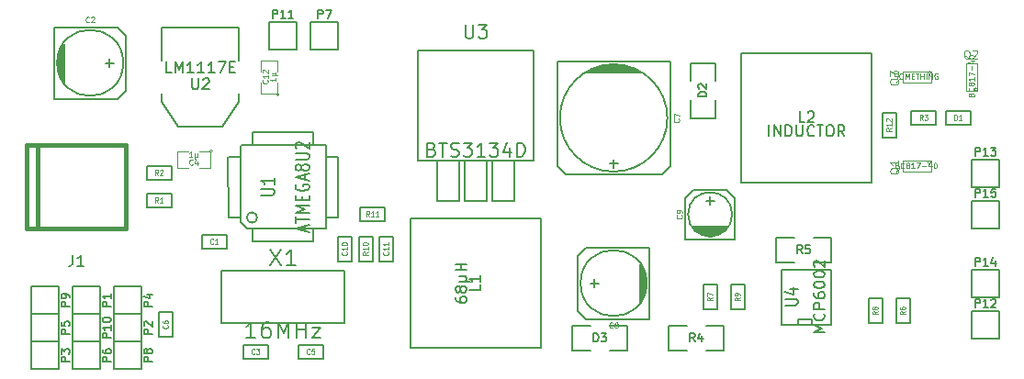
<source format=gto>
G04 (created by PCBNEW (2013-may-18)-stable) date Sat 11 Jan 2014 02:32:35 PM CET*
%MOIN*%
G04 Gerber Fmt 3.4, Leading zero omitted, Abs format*
%FSLAX34Y34*%
G01*
G70*
G90*
G04 APERTURE LIST*
%ADD10C,0.00590551*%
%ADD11C,0.015*%
%ADD12C,0.006*%
%ADD13C,0.005*%
%ADD14C,0.0039*%
%ADD15C,0.0031*%
%ADD16C,0.008*%
%ADD17C,0.0043*%
%ADD18C,0.0045*%
%ADD19C,0.0047*%
G04 APERTURE END LIST*
G54D10*
G54D11*
X11083Y-39484D02*
X11083Y-42516D01*
X10689Y-39484D02*
X10689Y-42516D01*
X10689Y-42516D02*
X14311Y-42516D01*
X14311Y-42516D02*
X14311Y-39484D01*
X14311Y-39484D02*
X10689Y-39484D01*
G54D12*
X21090Y-39020D02*
X21090Y-39470D01*
X18910Y-39020D02*
X18910Y-39460D01*
X21090Y-39020D02*
X18910Y-39020D01*
X21560Y-39900D02*
X21990Y-39900D01*
X21570Y-42110D02*
X21990Y-42110D01*
X21990Y-42120D02*
X22000Y-39900D01*
X18020Y-42100D02*
X18010Y-39930D01*
X18710Y-42530D02*
X21540Y-42530D01*
X18020Y-39920D02*
X18430Y-39920D01*
X18470Y-42280D02*
X18470Y-39500D01*
X21550Y-39480D02*
X18510Y-39480D01*
X21550Y-42530D02*
X21550Y-39530D01*
X18880Y-42980D02*
X21100Y-42980D01*
X21100Y-42980D02*
X21100Y-42530D01*
X18700Y-42526D02*
X18470Y-42296D01*
X18880Y-42978D02*
X18880Y-42526D01*
X18470Y-42100D02*
X18018Y-42100D01*
X19062Y-42118D02*
G75*
G03X19062Y-42118I-188J0D01*
G74*
G01*
G54D13*
X38100Y-46000D02*
X38100Y-44000D01*
X38100Y-44000D02*
X39900Y-44000D01*
X39900Y-44000D02*
X39900Y-46000D01*
X39900Y-46000D02*
X38100Y-46000D01*
X38700Y-46000D02*
X38700Y-45800D01*
X38700Y-45800D02*
X39200Y-45800D01*
X39200Y-45800D02*
X39200Y-46000D01*
X34800Y-38500D02*
X35700Y-38500D01*
X35700Y-38500D02*
X35700Y-37850D01*
X34800Y-37150D02*
X34800Y-36500D01*
X34800Y-36500D02*
X35700Y-36500D01*
X35700Y-36500D02*
X35700Y-37150D01*
X34800Y-37850D02*
X34800Y-38500D01*
X30500Y-46050D02*
X30500Y-46950D01*
X30500Y-46950D02*
X31150Y-46950D01*
X31850Y-46050D02*
X32500Y-46050D01*
X32500Y-46050D02*
X32500Y-46950D01*
X32500Y-46950D02*
X31850Y-46950D01*
X31150Y-46050D02*
X30500Y-46050D01*
X39900Y-43750D02*
X39900Y-42850D01*
X39900Y-42850D02*
X39250Y-42850D01*
X38550Y-43750D02*
X37900Y-43750D01*
X37900Y-43750D02*
X37900Y-42850D01*
X37900Y-42850D02*
X38550Y-42850D01*
X39250Y-43750D02*
X39900Y-43750D01*
X36000Y-46950D02*
X36000Y-46050D01*
X36000Y-46050D02*
X35350Y-46050D01*
X34650Y-46950D02*
X34000Y-46950D01*
X34000Y-46950D02*
X34000Y-46050D01*
X34000Y-46050D02*
X34650Y-46050D01*
X35350Y-46950D02*
X36000Y-46950D01*
G54D14*
X17450Y-39700D02*
G75*
G03X17450Y-39700I-50J0D01*
G74*
G01*
X16950Y-39700D02*
X17350Y-39700D01*
X17350Y-39700D02*
X17350Y-40300D01*
X17350Y-40300D02*
X16950Y-40300D01*
X16550Y-40300D02*
X16150Y-40300D01*
X16150Y-40300D02*
X16150Y-39700D01*
X16150Y-39700D02*
X16550Y-39700D01*
X19850Y-37650D02*
G75*
G03X19850Y-37650I-50J0D01*
G74*
G01*
X19800Y-37200D02*
X19800Y-37600D01*
X19800Y-37600D02*
X19200Y-37600D01*
X19200Y-37600D02*
X19200Y-37200D01*
X19200Y-36800D02*
X19200Y-36400D01*
X19200Y-36400D02*
X19800Y-36400D01*
X19800Y-36400D02*
X19800Y-36800D01*
G54D13*
X36250Y-45450D02*
X36250Y-44550D01*
X36250Y-44550D02*
X36750Y-44550D01*
X36750Y-44550D02*
X36750Y-45450D01*
X36750Y-45450D02*
X36250Y-45450D01*
X35250Y-45450D02*
X35250Y-44550D01*
X35250Y-44550D02*
X35750Y-44550D01*
X35750Y-44550D02*
X35750Y-45450D01*
X35750Y-45450D02*
X35250Y-45450D01*
X23700Y-42250D02*
X22800Y-42250D01*
X22800Y-42250D02*
X22800Y-41750D01*
X22800Y-41750D02*
X23700Y-41750D01*
X23700Y-41750D02*
X23700Y-42250D01*
X44950Y-38750D02*
X44050Y-38750D01*
X44050Y-38750D02*
X44050Y-38250D01*
X44050Y-38250D02*
X44950Y-38250D01*
X44950Y-38250D02*
X44950Y-38750D01*
X15950Y-41750D02*
X15050Y-41750D01*
X15050Y-41750D02*
X15050Y-41250D01*
X15050Y-41250D02*
X15950Y-41250D01*
X15950Y-41250D02*
X15950Y-41750D01*
X43700Y-38750D02*
X42800Y-38750D01*
X42800Y-38750D02*
X42800Y-38250D01*
X42800Y-38250D02*
X43700Y-38250D01*
X43700Y-38250D02*
X43700Y-38750D01*
X24000Y-42800D02*
X24000Y-43700D01*
X24000Y-43700D02*
X23500Y-43700D01*
X23500Y-43700D02*
X23500Y-42800D01*
X23500Y-42800D02*
X24000Y-42800D01*
X15050Y-40250D02*
X15950Y-40250D01*
X15950Y-40250D02*
X15950Y-40750D01*
X15950Y-40750D02*
X15050Y-40750D01*
X15050Y-40750D02*
X15050Y-40250D01*
X18550Y-46750D02*
X19450Y-46750D01*
X19450Y-46750D02*
X19450Y-47250D01*
X19450Y-47250D02*
X18550Y-47250D01*
X18550Y-47250D02*
X18550Y-46750D01*
X21450Y-47250D02*
X20550Y-47250D01*
X20550Y-47250D02*
X20550Y-46750D01*
X20550Y-46750D02*
X21450Y-46750D01*
X21450Y-46750D02*
X21450Y-47250D01*
X16000Y-45550D02*
X16000Y-46450D01*
X16000Y-46450D02*
X15500Y-46450D01*
X15500Y-46450D02*
X15500Y-45550D01*
X15500Y-45550D02*
X16000Y-45550D01*
X17050Y-42750D02*
X17950Y-42750D01*
X17950Y-42750D02*
X17950Y-43250D01*
X17950Y-43250D02*
X17050Y-43250D01*
X17050Y-43250D02*
X17050Y-42750D01*
X22500Y-42800D02*
X22500Y-43700D01*
X22500Y-43700D02*
X22000Y-43700D01*
X22000Y-43700D02*
X22000Y-42800D01*
X22000Y-42800D02*
X22500Y-42800D01*
X42750Y-45050D02*
X42750Y-45950D01*
X42750Y-45950D02*
X42250Y-45950D01*
X42250Y-45950D02*
X42250Y-45050D01*
X42250Y-45050D02*
X42750Y-45050D01*
X41250Y-45950D02*
X41250Y-45050D01*
X41250Y-45050D02*
X41750Y-45050D01*
X41750Y-45050D02*
X41750Y-45950D01*
X41750Y-45950D02*
X41250Y-45950D01*
X22750Y-43700D02*
X22750Y-42800D01*
X22750Y-42800D02*
X23250Y-42800D01*
X23250Y-42800D02*
X23250Y-43700D01*
X23250Y-43700D02*
X22750Y-43700D01*
G54D10*
X29362Y-44500D02*
X29362Y-46862D01*
X29362Y-46862D02*
X24637Y-46862D01*
X24637Y-46862D02*
X24637Y-42137D01*
X24637Y-42137D02*
X29362Y-42137D01*
X29362Y-42137D02*
X29362Y-44500D01*
X39000Y-36137D02*
X41362Y-36137D01*
X41362Y-36137D02*
X41362Y-40862D01*
X41362Y-40862D02*
X36637Y-40862D01*
X36637Y-40862D02*
X36637Y-36137D01*
X36637Y-36137D02*
X39000Y-36137D01*
G54D12*
X12375Y-45625D02*
X12375Y-44625D01*
X13375Y-44625D02*
X13375Y-45625D01*
X12375Y-44625D02*
X13375Y-44625D01*
X13375Y-45625D02*
X12375Y-45625D01*
G54D13*
X27600Y-40050D02*
X27600Y-41500D01*
X27600Y-41500D02*
X28400Y-41500D01*
X28400Y-41500D02*
X28400Y-40050D01*
X26600Y-40050D02*
X26600Y-41500D01*
X26600Y-41500D02*
X27400Y-41500D01*
X27400Y-41500D02*
X27400Y-40050D01*
X25600Y-40050D02*
X25600Y-41500D01*
X25600Y-41500D02*
X26400Y-41500D01*
X26400Y-41500D02*
X26400Y-40050D01*
X24900Y-40050D02*
X29100Y-40050D01*
X29100Y-40050D02*
X29100Y-36050D01*
X29100Y-36050D02*
X24900Y-36050D01*
X24900Y-36050D02*
X24900Y-40050D01*
G54D12*
X10875Y-46625D02*
X10875Y-45625D01*
X11875Y-45625D02*
X11875Y-46625D01*
X10875Y-45625D02*
X11875Y-45625D01*
X11875Y-46625D02*
X10875Y-46625D01*
X46000Y-45000D02*
X45000Y-45000D01*
X45000Y-44000D02*
X46000Y-44000D01*
X45000Y-45000D02*
X45000Y-44000D01*
X46000Y-44000D02*
X46000Y-45000D01*
X22000Y-36000D02*
X21000Y-36000D01*
X21000Y-35000D02*
X22000Y-35000D01*
X21000Y-36000D02*
X21000Y-35000D01*
X22000Y-35000D02*
X22000Y-36000D01*
X13875Y-47625D02*
X13875Y-46625D01*
X14875Y-46625D02*
X14875Y-47625D01*
X13875Y-46625D02*
X14875Y-46625D01*
X14875Y-47625D02*
X13875Y-47625D01*
X20500Y-36000D02*
X19500Y-36000D01*
X19500Y-35000D02*
X20500Y-35000D01*
X19500Y-36000D02*
X19500Y-35000D01*
X20500Y-35000D02*
X20500Y-36000D01*
X12375Y-46625D02*
X12375Y-45625D01*
X13375Y-45625D02*
X13375Y-46625D01*
X12375Y-45625D02*
X13375Y-45625D01*
X13375Y-46625D02*
X12375Y-46625D01*
X10875Y-45625D02*
X10875Y-44625D01*
X11875Y-44625D02*
X11875Y-45625D01*
X10875Y-44625D02*
X11875Y-44625D01*
X11875Y-45625D02*
X10875Y-45625D01*
X12375Y-47625D02*
X12375Y-46625D01*
X13375Y-46625D02*
X13375Y-47625D01*
X12375Y-46625D02*
X13375Y-46625D01*
X13375Y-47625D02*
X12375Y-47625D01*
X13875Y-45625D02*
X13875Y-44625D01*
X14875Y-44625D02*
X14875Y-45625D01*
X13875Y-44625D02*
X14875Y-44625D01*
X14875Y-45625D02*
X13875Y-45625D01*
X10875Y-47625D02*
X10875Y-46625D01*
X11875Y-46625D02*
X11875Y-47625D01*
X10875Y-46625D02*
X11875Y-46625D01*
X11875Y-47625D02*
X10875Y-47625D01*
X13875Y-46625D02*
X13875Y-45625D01*
X14875Y-45625D02*
X14875Y-46625D01*
X13875Y-45625D02*
X14875Y-45625D01*
X14875Y-46625D02*
X13875Y-46625D01*
X46000Y-46500D02*
X45000Y-46500D01*
X45000Y-45500D02*
X46000Y-45500D01*
X45000Y-46500D02*
X45000Y-45500D01*
X46000Y-45500D02*
X46000Y-46500D01*
X46000Y-41000D02*
X45000Y-41000D01*
X45000Y-40000D02*
X46000Y-40000D01*
X45000Y-41000D02*
X45000Y-40000D01*
X46000Y-40000D02*
X46000Y-41000D01*
X46000Y-42500D02*
X45000Y-42500D01*
X45000Y-41500D02*
X46000Y-41500D01*
X45000Y-42500D02*
X45000Y-41500D01*
X46000Y-41500D02*
X46000Y-42500D01*
G54D15*
X43525Y-36862D02*
G75*
G03X43525Y-36862I-62J0D01*
G74*
G01*
X42500Y-37200D02*
X42500Y-36800D01*
X43525Y-37200D02*
X43525Y-36800D01*
X42500Y-36800D02*
X43525Y-36800D01*
X43525Y-37200D02*
X42500Y-37200D01*
X45200Y-37463D02*
G75*
G03X45200Y-37463I-62J0D01*
G74*
G01*
X44800Y-36500D02*
X45200Y-36500D01*
X44800Y-37525D02*
X45200Y-37525D01*
X45200Y-36500D02*
X45200Y-37525D01*
X44800Y-37525D02*
X44800Y-36500D01*
X43525Y-40112D02*
G75*
G03X43525Y-40112I-62J0D01*
G74*
G01*
X42500Y-40450D02*
X42500Y-40050D01*
X43525Y-40450D02*
X43525Y-40050D01*
X42500Y-40050D02*
X43525Y-40050D01*
X43525Y-40450D02*
X42500Y-40450D01*
G54D16*
X18400Y-36400D02*
X18400Y-35200D01*
X18400Y-35200D02*
X15600Y-35200D01*
X15600Y-35200D02*
X15600Y-36400D01*
X18400Y-37600D02*
X18400Y-37900D01*
X18400Y-37900D02*
X17800Y-38800D01*
X17800Y-38800D02*
X16200Y-38800D01*
X16200Y-38800D02*
X15600Y-37900D01*
X15600Y-37900D02*
X15600Y-37600D01*
G54D10*
X22244Y-45944D02*
X17755Y-45944D01*
X17755Y-45944D02*
X17755Y-44055D01*
X17755Y-44055D02*
X22244Y-44055D01*
X22244Y-44055D02*
X22244Y-45944D01*
G54D13*
X35500Y-41350D02*
X35500Y-41650D01*
X35350Y-41500D02*
X35650Y-41500D01*
X36400Y-41400D02*
X36400Y-42900D01*
X34900Y-41100D02*
X36100Y-41100D01*
X36400Y-41400D02*
X36100Y-41100D01*
X34600Y-41400D02*
X34600Y-42900D01*
X34600Y-41400D02*
X34900Y-41100D01*
X35550Y-42800D02*
X35450Y-42800D01*
X35250Y-42750D02*
X35750Y-42750D01*
X35850Y-42700D02*
X35150Y-42700D01*
X35950Y-42650D02*
X35050Y-42650D01*
X35000Y-42600D02*
X36000Y-42600D01*
X36050Y-42550D02*
X34950Y-42550D01*
X34900Y-42500D02*
X36100Y-42500D01*
X34850Y-42450D02*
X36150Y-42450D01*
X36300Y-42000D02*
G75*
G03X36300Y-42000I-800J0D01*
G74*
G01*
X34600Y-42900D02*
X36400Y-42900D01*
X31600Y-36600D02*
X32400Y-36600D01*
X32550Y-36650D02*
X31400Y-36650D01*
X31300Y-36700D02*
X32700Y-36700D01*
X32850Y-36750D02*
X31150Y-36750D01*
X31050Y-36800D02*
X32950Y-36800D01*
X33000Y-36850D02*
X31000Y-36850D01*
X33950Y-38500D02*
G75*
G03X33950Y-38500I-1950J0D01*
G74*
G01*
X34050Y-36450D02*
X29950Y-36450D01*
X29950Y-36450D02*
X29950Y-40250D01*
X29950Y-40250D02*
X30250Y-40550D01*
X30250Y-40550D02*
X33750Y-40550D01*
X33750Y-40550D02*
X34050Y-40250D01*
X34050Y-40250D02*
X34050Y-36450D01*
X32000Y-40300D02*
X32000Y-40000D01*
X32150Y-40150D02*
X31850Y-40150D01*
X33150Y-44800D02*
X33150Y-44200D01*
X33100Y-44050D02*
X33100Y-44950D01*
X33050Y-45050D02*
X33050Y-43950D01*
X33000Y-43850D02*
X33000Y-45150D01*
X32950Y-45200D02*
X32950Y-43800D01*
X33200Y-44500D02*
G75*
G03X33200Y-44500I-1200J0D01*
G74*
G01*
X33300Y-45800D02*
X33300Y-43200D01*
X33300Y-43200D02*
X31000Y-43200D01*
X31000Y-43200D02*
X30700Y-43500D01*
X30700Y-43500D02*
X30700Y-45500D01*
X30700Y-45500D02*
X31000Y-45800D01*
X31000Y-45800D02*
X33300Y-45800D01*
X31150Y-44500D02*
X31450Y-44500D01*
X31300Y-44650D02*
X31300Y-44350D01*
X11850Y-36200D02*
X11850Y-36800D01*
X11900Y-36950D02*
X11900Y-36050D01*
X11950Y-35950D02*
X11950Y-37050D01*
X12000Y-37150D02*
X12000Y-35850D01*
X12050Y-35800D02*
X12050Y-37200D01*
X14200Y-36500D02*
G75*
G03X14200Y-36500I-1200J0D01*
G74*
G01*
X11700Y-35200D02*
X11700Y-37800D01*
X11700Y-37800D02*
X14000Y-37800D01*
X14000Y-37800D02*
X14300Y-37500D01*
X14300Y-37500D02*
X14300Y-35500D01*
X14300Y-35500D02*
X14000Y-35200D01*
X14000Y-35200D02*
X11700Y-35200D01*
X13850Y-36500D02*
X13550Y-36500D01*
X13700Y-36350D02*
X13700Y-36650D01*
X42250Y-38300D02*
X42250Y-39200D01*
X42250Y-39200D02*
X41750Y-39200D01*
X41750Y-39200D02*
X41750Y-38300D01*
X41750Y-38300D02*
X42250Y-38300D01*
G54D16*
X12366Y-43478D02*
X12366Y-43764D01*
X12347Y-43821D01*
X12309Y-43859D01*
X12252Y-43878D01*
X12214Y-43878D01*
X12766Y-43878D02*
X12538Y-43878D01*
X12652Y-43878D02*
X12652Y-43478D01*
X12614Y-43536D01*
X12576Y-43574D01*
X12538Y-43593D01*
X19202Y-41304D02*
X19607Y-41304D01*
X19654Y-41285D01*
X19678Y-41266D01*
X19702Y-41228D01*
X19702Y-41152D01*
X19678Y-41114D01*
X19654Y-41095D01*
X19607Y-41076D01*
X19202Y-41076D01*
X19702Y-40676D02*
X19702Y-40904D01*
X19702Y-40790D02*
X19202Y-40790D01*
X19273Y-40828D01*
X19321Y-40866D01*
X19345Y-40904D01*
X20809Y-42619D02*
X20809Y-42428D01*
X20952Y-42657D02*
X20452Y-42523D01*
X20952Y-42390D01*
X20452Y-42314D02*
X20452Y-42085D01*
X20952Y-42199D02*
X20452Y-42199D01*
X20952Y-41952D02*
X20452Y-41952D01*
X20809Y-41819D01*
X20452Y-41685D01*
X20952Y-41685D01*
X20690Y-41495D02*
X20690Y-41361D01*
X20952Y-41304D02*
X20952Y-41495D01*
X20452Y-41495D01*
X20452Y-41304D01*
X20476Y-40923D02*
X20452Y-40961D01*
X20452Y-41019D01*
X20476Y-41076D01*
X20523Y-41114D01*
X20571Y-41133D01*
X20666Y-41152D01*
X20738Y-41152D01*
X20833Y-41133D01*
X20880Y-41114D01*
X20928Y-41076D01*
X20952Y-41019D01*
X20952Y-40980D01*
X20928Y-40923D01*
X20904Y-40904D01*
X20738Y-40904D01*
X20738Y-40980D01*
X20809Y-40752D02*
X20809Y-40561D01*
X20952Y-40790D02*
X20452Y-40657D01*
X20952Y-40523D01*
X20666Y-40333D02*
X20642Y-40371D01*
X20619Y-40390D01*
X20571Y-40409D01*
X20547Y-40409D01*
X20500Y-40390D01*
X20476Y-40371D01*
X20452Y-40333D01*
X20452Y-40257D01*
X20476Y-40219D01*
X20500Y-40200D01*
X20547Y-40180D01*
X20571Y-40180D01*
X20619Y-40200D01*
X20642Y-40219D01*
X20666Y-40257D01*
X20666Y-40333D01*
X20690Y-40371D01*
X20714Y-40390D01*
X20761Y-40409D01*
X20857Y-40409D01*
X20904Y-40390D01*
X20928Y-40371D01*
X20952Y-40333D01*
X20952Y-40257D01*
X20928Y-40219D01*
X20904Y-40200D01*
X20857Y-40180D01*
X20761Y-40180D01*
X20714Y-40200D01*
X20690Y-40219D01*
X20666Y-40257D01*
X20452Y-40009D02*
X20857Y-40009D01*
X20904Y-39990D01*
X20928Y-39971D01*
X20952Y-39933D01*
X20952Y-39857D01*
X20928Y-39819D01*
X20904Y-39800D01*
X20857Y-39780D01*
X20452Y-39780D01*
X20500Y-39609D02*
X20476Y-39590D01*
X20452Y-39552D01*
X20452Y-39457D01*
X20476Y-39419D01*
X20500Y-39400D01*
X20547Y-39380D01*
X20595Y-39380D01*
X20666Y-39400D01*
X20952Y-39628D01*
X20952Y-39380D01*
G54D13*
X38232Y-45304D02*
X38596Y-45304D01*
X38639Y-45285D01*
X38660Y-45266D01*
X38682Y-45228D01*
X38682Y-45152D01*
X38660Y-45114D01*
X38639Y-45095D01*
X38596Y-45076D01*
X38232Y-45076D01*
X38382Y-44714D02*
X38682Y-44714D01*
X38210Y-44809D02*
X38532Y-44904D01*
X38532Y-44657D01*
X39661Y-46295D02*
X39261Y-46295D01*
X39547Y-46161D01*
X39261Y-46028D01*
X39661Y-46028D01*
X39623Y-45609D02*
X39642Y-45628D01*
X39661Y-45685D01*
X39661Y-45723D01*
X39642Y-45780D01*
X39604Y-45819D01*
X39566Y-45838D01*
X39490Y-45857D01*
X39433Y-45857D01*
X39357Y-45838D01*
X39319Y-45819D01*
X39280Y-45780D01*
X39261Y-45723D01*
X39261Y-45685D01*
X39280Y-45628D01*
X39300Y-45609D01*
X39661Y-45438D02*
X39261Y-45438D01*
X39261Y-45285D01*
X39280Y-45247D01*
X39300Y-45228D01*
X39338Y-45209D01*
X39395Y-45209D01*
X39433Y-45228D01*
X39452Y-45247D01*
X39471Y-45285D01*
X39471Y-45438D01*
X39261Y-44866D02*
X39261Y-44942D01*
X39280Y-44980D01*
X39300Y-44999D01*
X39357Y-45038D01*
X39433Y-45057D01*
X39585Y-45057D01*
X39623Y-45038D01*
X39642Y-45019D01*
X39661Y-44980D01*
X39661Y-44904D01*
X39642Y-44866D01*
X39623Y-44847D01*
X39585Y-44828D01*
X39490Y-44828D01*
X39452Y-44847D01*
X39433Y-44866D01*
X39414Y-44904D01*
X39414Y-44980D01*
X39433Y-45019D01*
X39452Y-45038D01*
X39490Y-45057D01*
X39261Y-44580D02*
X39261Y-44542D01*
X39280Y-44504D01*
X39300Y-44485D01*
X39338Y-44466D01*
X39414Y-44447D01*
X39509Y-44447D01*
X39585Y-44466D01*
X39623Y-44485D01*
X39642Y-44504D01*
X39661Y-44542D01*
X39661Y-44580D01*
X39642Y-44619D01*
X39623Y-44638D01*
X39585Y-44657D01*
X39509Y-44676D01*
X39414Y-44676D01*
X39338Y-44657D01*
X39300Y-44638D01*
X39280Y-44619D01*
X39261Y-44580D01*
X39261Y-44199D02*
X39261Y-44161D01*
X39280Y-44123D01*
X39300Y-44104D01*
X39338Y-44085D01*
X39414Y-44066D01*
X39509Y-44066D01*
X39585Y-44085D01*
X39623Y-44104D01*
X39642Y-44123D01*
X39661Y-44161D01*
X39661Y-44199D01*
X39642Y-44238D01*
X39623Y-44257D01*
X39585Y-44276D01*
X39509Y-44295D01*
X39414Y-44295D01*
X39338Y-44276D01*
X39300Y-44257D01*
X39280Y-44238D01*
X39261Y-44199D01*
X39300Y-43914D02*
X39280Y-43895D01*
X39261Y-43857D01*
X39261Y-43761D01*
X39280Y-43723D01*
X39300Y-43704D01*
X39338Y-43685D01*
X39376Y-43685D01*
X39433Y-43704D01*
X39661Y-43933D01*
X39661Y-43685D01*
X35371Y-37721D02*
X35071Y-37721D01*
X35071Y-37650D01*
X35085Y-37607D01*
X35114Y-37578D01*
X35142Y-37564D01*
X35200Y-37550D01*
X35242Y-37550D01*
X35300Y-37564D01*
X35328Y-37578D01*
X35357Y-37607D01*
X35371Y-37650D01*
X35371Y-37721D01*
X35100Y-37435D02*
X35085Y-37421D01*
X35071Y-37392D01*
X35071Y-37321D01*
X35085Y-37292D01*
X35100Y-37278D01*
X35128Y-37264D01*
X35157Y-37264D01*
X35200Y-37278D01*
X35371Y-37450D01*
X35371Y-37264D01*
X31278Y-46621D02*
X31278Y-46321D01*
X31350Y-46321D01*
X31392Y-46335D01*
X31421Y-46364D01*
X31435Y-46392D01*
X31450Y-46450D01*
X31450Y-46492D01*
X31435Y-46550D01*
X31421Y-46578D01*
X31392Y-46607D01*
X31350Y-46621D01*
X31278Y-46621D01*
X31550Y-46321D02*
X31735Y-46321D01*
X31635Y-46435D01*
X31678Y-46435D01*
X31707Y-46450D01*
X31721Y-46464D01*
X31735Y-46492D01*
X31735Y-46564D01*
X31721Y-46592D01*
X31707Y-46607D01*
X31678Y-46621D01*
X31592Y-46621D01*
X31564Y-46607D01*
X31550Y-46592D01*
X38850Y-43421D02*
X38750Y-43278D01*
X38678Y-43421D02*
X38678Y-43121D01*
X38792Y-43121D01*
X38821Y-43135D01*
X38835Y-43150D01*
X38850Y-43178D01*
X38850Y-43221D01*
X38835Y-43250D01*
X38821Y-43264D01*
X38792Y-43278D01*
X38678Y-43278D01*
X39121Y-43121D02*
X38978Y-43121D01*
X38964Y-43264D01*
X38978Y-43250D01*
X39007Y-43235D01*
X39078Y-43235D01*
X39107Y-43250D01*
X39121Y-43264D01*
X39135Y-43292D01*
X39135Y-43364D01*
X39121Y-43392D01*
X39107Y-43407D01*
X39078Y-43421D01*
X39007Y-43421D01*
X38978Y-43407D01*
X38964Y-43392D01*
X34950Y-46621D02*
X34850Y-46478D01*
X34778Y-46621D02*
X34778Y-46321D01*
X34892Y-46321D01*
X34921Y-46335D01*
X34935Y-46350D01*
X34950Y-46378D01*
X34950Y-46421D01*
X34935Y-46450D01*
X34921Y-46464D01*
X34892Y-46478D01*
X34778Y-46478D01*
X35207Y-46421D02*
X35207Y-46621D01*
X35135Y-46307D02*
X35064Y-46521D01*
X35250Y-46521D01*
G54D17*
X16717Y-40185D02*
X16707Y-40195D01*
X16679Y-40204D01*
X16660Y-40204D01*
X16632Y-40195D01*
X16613Y-40176D01*
X16604Y-40157D01*
X16595Y-40120D01*
X16595Y-40092D01*
X16604Y-40054D01*
X16613Y-40035D01*
X16632Y-40017D01*
X16660Y-40007D01*
X16679Y-40007D01*
X16707Y-40017D01*
X16717Y-40026D01*
X16886Y-40073D02*
X16886Y-40204D01*
X16839Y-39998D02*
X16792Y-40139D01*
X16914Y-40139D01*
X16703Y-39929D02*
X16590Y-39929D01*
X16646Y-39929D02*
X16646Y-39732D01*
X16628Y-39760D01*
X16609Y-39779D01*
X16590Y-39789D01*
X16787Y-39798D02*
X16787Y-39995D01*
X16881Y-39901D02*
X16890Y-39920D01*
X16909Y-39929D01*
X16787Y-39901D02*
X16796Y-39920D01*
X16815Y-39929D01*
X16853Y-39929D01*
X16871Y-39920D01*
X16881Y-39901D01*
X16881Y-39798D01*
X19435Y-37126D02*
X19445Y-37136D01*
X19454Y-37164D01*
X19454Y-37182D01*
X19445Y-37211D01*
X19426Y-37229D01*
X19407Y-37239D01*
X19370Y-37248D01*
X19342Y-37248D01*
X19304Y-37239D01*
X19285Y-37229D01*
X19267Y-37211D01*
X19257Y-37182D01*
X19257Y-37164D01*
X19267Y-37136D01*
X19276Y-37126D01*
X19454Y-36939D02*
X19454Y-37051D01*
X19454Y-36995D02*
X19257Y-36995D01*
X19285Y-37014D01*
X19304Y-37032D01*
X19314Y-37051D01*
X19276Y-36863D02*
X19267Y-36854D01*
X19257Y-36835D01*
X19257Y-36788D01*
X19267Y-36770D01*
X19276Y-36760D01*
X19295Y-36751D01*
X19314Y-36751D01*
X19342Y-36760D01*
X19454Y-36873D01*
X19454Y-36751D01*
X19729Y-37046D02*
X19729Y-37159D01*
X19729Y-37103D02*
X19532Y-37103D01*
X19560Y-37121D01*
X19579Y-37140D01*
X19589Y-37159D01*
X19598Y-36962D02*
X19795Y-36962D01*
X19701Y-36868D02*
X19720Y-36859D01*
X19729Y-36840D01*
X19701Y-36962D02*
X19720Y-36953D01*
X19729Y-36934D01*
X19729Y-36896D01*
X19720Y-36878D01*
X19701Y-36868D01*
X19598Y-36868D01*
G54D18*
X36580Y-45030D02*
X36485Y-45090D01*
X36580Y-45132D02*
X36380Y-45132D01*
X36380Y-45064D01*
X36390Y-45047D01*
X36400Y-45038D01*
X36419Y-45030D01*
X36447Y-45030D01*
X36466Y-45038D01*
X36476Y-45047D01*
X36485Y-45064D01*
X36485Y-45132D01*
X36580Y-44944D02*
X36580Y-44910D01*
X36571Y-44892D01*
X36561Y-44884D01*
X36533Y-44867D01*
X36495Y-44858D01*
X36419Y-44858D01*
X36400Y-44867D01*
X36390Y-44875D01*
X36380Y-44892D01*
X36380Y-44927D01*
X36390Y-44944D01*
X36400Y-44952D01*
X36419Y-44961D01*
X36466Y-44961D01*
X36485Y-44952D01*
X36495Y-44944D01*
X36504Y-44927D01*
X36504Y-44892D01*
X36495Y-44875D01*
X36485Y-44867D01*
X36466Y-44858D01*
X35580Y-45030D02*
X35485Y-45090D01*
X35580Y-45132D02*
X35380Y-45132D01*
X35380Y-45064D01*
X35390Y-45047D01*
X35400Y-45038D01*
X35419Y-45030D01*
X35447Y-45030D01*
X35466Y-45038D01*
X35476Y-45047D01*
X35485Y-45064D01*
X35485Y-45132D01*
X35380Y-44970D02*
X35380Y-44850D01*
X35580Y-44927D01*
X23134Y-42080D02*
X23074Y-41985D01*
X23031Y-42080D02*
X23031Y-41880D01*
X23100Y-41880D01*
X23117Y-41890D01*
X23125Y-41900D01*
X23134Y-41919D01*
X23134Y-41947D01*
X23125Y-41966D01*
X23117Y-41976D01*
X23100Y-41985D01*
X23031Y-41985D01*
X23305Y-42080D02*
X23202Y-42080D01*
X23254Y-42080D02*
X23254Y-41880D01*
X23237Y-41909D01*
X23220Y-41928D01*
X23202Y-41938D01*
X23477Y-42080D02*
X23374Y-42080D01*
X23425Y-42080D02*
X23425Y-41880D01*
X23408Y-41909D01*
X23391Y-41928D01*
X23374Y-41938D01*
X44367Y-38580D02*
X44367Y-38380D01*
X44410Y-38380D01*
X44435Y-38390D01*
X44452Y-38409D01*
X44461Y-38428D01*
X44470Y-38466D01*
X44470Y-38495D01*
X44461Y-38533D01*
X44452Y-38552D01*
X44435Y-38571D01*
X44410Y-38580D01*
X44367Y-38580D01*
X44641Y-38580D02*
X44538Y-38580D01*
X44590Y-38580D02*
X44590Y-38380D01*
X44572Y-38409D01*
X44555Y-38428D01*
X44538Y-38438D01*
X15470Y-41580D02*
X15410Y-41485D01*
X15367Y-41580D02*
X15367Y-41380D01*
X15435Y-41380D01*
X15452Y-41390D01*
X15461Y-41400D01*
X15470Y-41419D01*
X15470Y-41447D01*
X15461Y-41466D01*
X15452Y-41476D01*
X15435Y-41485D01*
X15367Y-41485D01*
X15641Y-41580D02*
X15538Y-41580D01*
X15590Y-41580D02*
X15590Y-41380D01*
X15572Y-41409D01*
X15555Y-41428D01*
X15538Y-41438D01*
X43220Y-38580D02*
X43160Y-38485D01*
X43117Y-38580D02*
X43117Y-38380D01*
X43185Y-38380D01*
X43202Y-38390D01*
X43211Y-38400D01*
X43220Y-38419D01*
X43220Y-38447D01*
X43211Y-38466D01*
X43202Y-38476D01*
X43185Y-38485D01*
X43117Y-38485D01*
X43280Y-38380D02*
X43391Y-38380D01*
X43331Y-38457D01*
X43357Y-38457D01*
X43374Y-38466D01*
X43382Y-38476D01*
X43391Y-38495D01*
X43391Y-38542D01*
X43382Y-38561D01*
X43374Y-38571D01*
X43357Y-38580D01*
X43305Y-38580D01*
X43288Y-38571D01*
X43280Y-38561D01*
X23811Y-43365D02*
X23821Y-43374D01*
X23830Y-43400D01*
X23830Y-43417D01*
X23821Y-43442D01*
X23802Y-43460D01*
X23783Y-43468D01*
X23745Y-43477D01*
X23716Y-43477D01*
X23678Y-43468D01*
X23659Y-43460D01*
X23640Y-43442D01*
X23630Y-43417D01*
X23630Y-43400D01*
X23640Y-43374D01*
X23650Y-43365D01*
X23830Y-43194D02*
X23830Y-43297D01*
X23830Y-43245D02*
X23630Y-43245D01*
X23659Y-43262D01*
X23678Y-43280D01*
X23688Y-43297D01*
X23830Y-43022D02*
X23830Y-43125D01*
X23830Y-43074D02*
X23630Y-43074D01*
X23659Y-43091D01*
X23678Y-43108D01*
X23688Y-43125D01*
X15470Y-40580D02*
X15410Y-40485D01*
X15367Y-40580D02*
X15367Y-40380D01*
X15435Y-40380D01*
X15452Y-40390D01*
X15461Y-40400D01*
X15470Y-40419D01*
X15470Y-40447D01*
X15461Y-40466D01*
X15452Y-40476D01*
X15435Y-40485D01*
X15367Y-40485D01*
X15538Y-40400D02*
X15547Y-40390D01*
X15564Y-40380D01*
X15607Y-40380D01*
X15624Y-40390D01*
X15632Y-40400D01*
X15641Y-40419D01*
X15641Y-40438D01*
X15632Y-40466D01*
X15530Y-40580D01*
X15641Y-40580D01*
X18970Y-47061D02*
X18961Y-47071D01*
X18935Y-47080D01*
X18918Y-47080D01*
X18892Y-47071D01*
X18875Y-47052D01*
X18867Y-47033D01*
X18858Y-46995D01*
X18858Y-46966D01*
X18867Y-46928D01*
X18875Y-46909D01*
X18892Y-46890D01*
X18918Y-46880D01*
X18935Y-46880D01*
X18961Y-46890D01*
X18970Y-46900D01*
X19030Y-46880D02*
X19141Y-46880D01*
X19081Y-46957D01*
X19107Y-46957D01*
X19124Y-46966D01*
X19132Y-46976D01*
X19141Y-46995D01*
X19141Y-47042D01*
X19132Y-47061D01*
X19124Y-47071D01*
X19107Y-47080D01*
X19055Y-47080D01*
X19038Y-47071D01*
X19030Y-47061D01*
X20970Y-47061D02*
X20961Y-47071D01*
X20935Y-47080D01*
X20918Y-47080D01*
X20892Y-47071D01*
X20875Y-47052D01*
X20867Y-47033D01*
X20858Y-46995D01*
X20858Y-46966D01*
X20867Y-46928D01*
X20875Y-46909D01*
X20892Y-46890D01*
X20918Y-46880D01*
X20935Y-46880D01*
X20961Y-46890D01*
X20970Y-46900D01*
X21132Y-46880D02*
X21047Y-46880D01*
X21038Y-46976D01*
X21047Y-46966D01*
X21064Y-46957D01*
X21107Y-46957D01*
X21124Y-46966D01*
X21132Y-46976D01*
X21141Y-46995D01*
X21141Y-47042D01*
X21132Y-47061D01*
X21124Y-47071D01*
X21107Y-47080D01*
X21064Y-47080D01*
X21047Y-47071D01*
X21038Y-47061D01*
X15811Y-46030D02*
X15821Y-46038D01*
X15830Y-46064D01*
X15830Y-46081D01*
X15821Y-46107D01*
X15802Y-46124D01*
X15783Y-46132D01*
X15745Y-46141D01*
X15716Y-46141D01*
X15678Y-46132D01*
X15659Y-46124D01*
X15640Y-46107D01*
X15630Y-46081D01*
X15630Y-46064D01*
X15640Y-46038D01*
X15650Y-46030D01*
X15630Y-45875D02*
X15630Y-45910D01*
X15640Y-45927D01*
X15650Y-45935D01*
X15678Y-45952D01*
X15716Y-45961D01*
X15792Y-45961D01*
X15811Y-45952D01*
X15821Y-45944D01*
X15830Y-45927D01*
X15830Y-45892D01*
X15821Y-45875D01*
X15811Y-45867D01*
X15792Y-45858D01*
X15745Y-45858D01*
X15726Y-45867D01*
X15716Y-45875D01*
X15707Y-45892D01*
X15707Y-45927D01*
X15716Y-45944D01*
X15726Y-45952D01*
X15745Y-45961D01*
X17470Y-43061D02*
X17461Y-43071D01*
X17435Y-43080D01*
X17418Y-43080D01*
X17392Y-43071D01*
X17375Y-43052D01*
X17367Y-43033D01*
X17358Y-42995D01*
X17358Y-42966D01*
X17367Y-42928D01*
X17375Y-42909D01*
X17392Y-42890D01*
X17418Y-42880D01*
X17435Y-42880D01*
X17461Y-42890D01*
X17470Y-42900D01*
X17641Y-43080D02*
X17538Y-43080D01*
X17590Y-43080D02*
X17590Y-42880D01*
X17572Y-42909D01*
X17555Y-42928D01*
X17538Y-42938D01*
X22311Y-43365D02*
X22321Y-43374D01*
X22330Y-43400D01*
X22330Y-43417D01*
X22321Y-43442D01*
X22302Y-43460D01*
X22283Y-43468D01*
X22245Y-43477D01*
X22216Y-43477D01*
X22178Y-43468D01*
X22159Y-43460D01*
X22140Y-43442D01*
X22130Y-43417D01*
X22130Y-43400D01*
X22140Y-43374D01*
X22150Y-43365D01*
X22330Y-43194D02*
X22330Y-43297D01*
X22330Y-43245D02*
X22130Y-43245D01*
X22159Y-43262D01*
X22178Y-43280D01*
X22188Y-43297D01*
X22130Y-43082D02*
X22130Y-43065D01*
X22140Y-43048D01*
X22150Y-43040D01*
X22169Y-43031D01*
X22207Y-43022D01*
X22254Y-43022D01*
X22292Y-43031D01*
X22311Y-43040D01*
X22321Y-43048D01*
X22330Y-43065D01*
X22330Y-43082D01*
X22321Y-43100D01*
X22311Y-43108D01*
X22292Y-43117D01*
X22254Y-43125D01*
X22207Y-43125D01*
X22169Y-43117D01*
X22150Y-43108D01*
X22140Y-43100D01*
X22130Y-43082D01*
X42580Y-45530D02*
X42485Y-45590D01*
X42580Y-45632D02*
X42380Y-45632D01*
X42380Y-45564D01*
X42390Y-45547D01*
X42400Y-45538D01*
X42419Y-45530D01*
X42447Y-45530D01*
X42466Y-45538D01*
X42476Y-45547D01*
X42485Y-45564D01*
X42485Y-45632D01*
X42380Y-45375D02*
X42380Y-45410D01*
X42390Y-45427D01*
X42400Y-45435D01*
X42428Y-45452D01*
X42466Y-45461D01*
X42542Y-45461D01*
X42561Y-45452D01*
X42571Y-45444D01*
X42580Y-45427D01*
X42580Y-45392D01*
X42571Y-45375D01*
X42561Y-45367D01*
X42542Y-45358D01*
X42495Y-45358D01*
X42476Y-45367D01*
X42466Y-45375D01*
X42457Y-45392D01*
X42457Y-45427D01*
X42466Y-45444D01*
X42476Y-45452D01*
X42495Y-45461D01*
X41580Y-45530D02*
X41485Y-45590D01*
X41580Y-45632D02*
X41380Y-45632D01*
X41380Y-45564D01*
X41390Y-45547D01*
X41400Y-45538D01*
X41419Y-45530D01*
X41447Y-45530D01*
X41466Y-45538D01*
X41476Y-45547D01*
X41485Y-45564D01*
X41485Y-45632D01*
X41466Y-45427D02*
X41457Y-45444D01*
X41447Y-45452D01*
X41428Y-45461D01*
X41419Y-45461D01*
X41400Y-45452D01*
X41390Y-45444D01*
X41380Y-45427D01*
X41380Y-45392D01*
X41390Y-45375D01*
X41400Y-45367D01*
X41419Y-45358D01*
X41428Y-45358D01*
X41447Y-45367D01*
X41457Y-45375D01*
X41466Y-45392D01*
X41466Y-45427D01*
X41476Y-45444D01*
X41485Y-45452D01*
X41504Y-45461D01*
X41542Y-45461D01*
X41561Y-45452D01*
X41571Y-45444D01*
X41580Y-45427D01*
X41580Y-45392D01*
X41571Y-45375D01*
X41561Y-45367D01*
X41542Y-45358D01*
X41504Y-45358D01*
X41485Y-45367D01*
X41476Y-45375D01*
X41466Y-45392D01*
X23080Y-43365D02*
X22985Y-43425D01*
X23080Y-43468D02*
X22880Y-43468D01*
X22880Y-43400D01*
X22890Y-43382D01*
X22900Y-43374D01*
X22919Y-43365D01*
X22947Y-43365D01*
X22966Y-43374D01*
X22976Y-43382D01*
X22985Y-43400D01*
X22985Y-43468D01*
X23080Y-43194D02*
X23080Y-43297D01*
X23080Y-43245D02*
X22880Y-43245D01*
X22909Y-43262D01*
X22928Y-43280D01*
X22938Y-43297D01*
X22880Y-43082D02*
X22880Y-43065D01*
X22890Y-43048D01*
X22900Y-43040D01*
X22919Y-43031D01*
X22957Y-43022D01*
X23004Y-43022D01*
X23042Y-43031D01*
X23061Y-43040D01*
X23071Y-43048D01*
X23080Y-43065D01*
X23080Y-43082D01*
X23071Y-43100D01*
X23061Y-43108D01*
X23042Y-43117D01*
X23004Y-43125D01*
X22957Y-43125D01*
X22919Y-43117D01*
X22900Y-43108D01*
X22890Y-43100D01*
X22880Y-43082D01*
G54D10*
X27159Y-44565D02*
X27159Y-44753D01*
X26765Y-44753D01*
X27159Y-44228D02*
X27159Y-44453D01*
X27159Y-44340D02*
X26765Y-44340D01*
X26821Y-44378D01*
X26859Y-44415D01*
X26878Y-44453D01*
X26265Y-45024D02*
X26265Y-45099D01*
X26284Y-45137D01*
X26303Y-45156D01*
X26359Y-45193D01*
X26434Y-45212D01*
X26584Y-45212D01*
X26621Y-45193D01*
X26640Y-45174D01*
X26659Y-45137D01*
X26659Y-45062D01*
X26640Y-45024D01*
X26621Y-45006D01*
X26584Y-44987D01*
X26490Y-44987D01*
X26453Y-45006D01*
X26434Y-45024D01*
X26415Y-45062D01*
X26415Y-45137D01*
X26434Y-45174D01*
X26453Y-45193D01*
X26490Y-45212D01*
X26434Y-44762D02*
X26415Y-44799D01*
X26396Y-44818D01*
X26359Y-44837D01*
X26340Y-44837D01*
X26303Y-44818D01*
X26284Y-44799D01*
X26265Y-44762D01*
X26265Y-44687D01*
X26284Y-44649D01*
X26303Y-44631D01*
X26340Y-44612D01*
X26359Y-44612D01*
X26396Y-44631D01*
X26415Y-44649D01*
X26434Y-44687D01*
X26434Y-44762D01*
X26453Y-44799D01*
X26471Y-44818D01*
X26509Y-44837D01*
X26584Y-44837D01*
X26621Y-44818D01*
X26640Y-44799D01*
X26659Y-44762D01*
X26659Y-44687D01*
X26640Y-44649D01*
X26621Y-44631D01*
X26584Y-44612D01*
X26509Y-44612D01*
X26471Y-44631D01*
X26453Y-44649D01*
X26434Y-44687D01*
X26396Y-44443D02*
X26790Y-44443D01*
X26603Y-44256D02*
X26640Y-44237D01*
X26659Y-44200D01*
X26603Y-44443D02*
X26640Y-44425D01*
X26659Y-44387D01*
X26659Y-44312D01*
X26640Y-44275D01*
X26603Y-44256D01*
X26396Y-44256D01*
X26659Y-44031D02*
X26265Y-44031D01*
X26453Y-44031D02*
X26453Y-43806D01*
X26659Y-43806D02*
X26265Y-43806D01*
X38934Y-38659D02*
X38746Y-38659D01*
X38746Y-38265D01*
X39046Y-38303D02*
X39065Y-38284D01*
X39103Y-38265D01*
X39196Y-38265D01*
X39234Y-38284D01*
X39253Y-38303D01*
X39271Y-38340D01*
X39271Y-38378D01*
X39253Y-38434D01*
X39028Y-38659D01*
X39271Y-38659D01*
X37640Y-39159D02*
X37640Y-38765D01*
X37828Y-39159D02*
X37828Y-38765D01*
X38053Y-39159D01*
X38053Y-38765D01*
X38240Y-39159D02*
X38240Y-38765D01*
X38334Y-38765D01*
X38390Y-38784D01*
X38428Y-38821D01*
X38446Y-38859D01*
X38465Y-38934D01*
X38465Y-38990D01*
X38446Y-39065D01*
X38428Y-39103D01*
X38390Y-39140D01*
X38334Y-39159D01*
X38240Y-39159D01*
X38634Y-38765D02*
X38634Y-39084D01*
X38653Y-39121D01*
X38671Y-39140D01*
X38709Y-39159D01*
X38784Y-39159D01*
X38821Y-39140D01*
X38840Y-39121D01*
X38859Y-39084D01*
X38859Y-38765D01*
X39271Y-39121D02*
X39253Y-39140D01*
X39196Y-39159D01*
X39159Y-39159D01*
X39103Y-39140D01*
X39065Y-39103D01*
X39046Y-39065D01*
X39028Y-38990D01*
X39028Y-38934D01*
X39046Y-38859D01*
X39065Y-38821D01*
X39103Y-38784D01*
X39159Y-38765D01*
X39196Y-38765D01*
X39253Y-38784D01*
X39271Y-38803D01*
X39384Y-38765D02*
X39609Y-38765D01*
X39496Y-39159D02*
X39496Y-38765D01*
X39815Y-38765D02*
X39890Y-38765D01*
X39928Y-38784D01*
X39965Y-38821D01*
X39984Y-38896D01*
X39984Y-39028D01*
X39965Y-39103D01*
X39928Y-39140D01*
X39890Y-39159D01*
X39815Y-39159D01*
X39778Y-39140D01*
X39740Y-39103D01*
X39721Y-39028D01*
X39721Y-38896D01*
X39740Y-38821D01*
X39778Y-38784D01*
X39815Y-38765D01*
X40377Y-39159D02*
X40246Y-38971D01*
X40152Y-39159D02*
X40152Y-38765D01*
X40302Y-38765D01*
X40340Y-38784D01*
X40359Y-38803D01*
X40377Y-38840D01*
X40377Y-38896D01*
X40359Y-38934D01*
X40340Y-38953D01*
X40302Y-38971D01*
X40152Y-38971D01*
G54D12*
X13746Y-45346D02*
X13446Y-45346D01*
X13446Y-45232D01*
X13460Y-45203D01*
X13475Y-45189D01*
X13503Y-45175D01*
X13546Y-45175D01*
X13575Y-45189D01*
X13589Y-45203D01*
X13603Y-45232D01*
X13603Y-45346D01*
X13746Y-44889D02*
X13746Y-45060D01*
X13746Y-44975D02*
X13446Y-44975D01*
X13489Y-45003D01*
X13517Y-45032D01*
X13532Y-45060D01*
X26619Y-35102D02*
X26619Y-35507D01*
X26642Y-35554D01*
X26666Y-35578D01*
X26714Y-35602D01*
X26809Y-35602D01*
X26857Y-35578D01*
X26880Y-35554D01*
X26904Y-35507D01*
X26904Y-35102D01*
X27095Y-35102D02*
X27404Y-35102D01*
X27238Y-35292D01*
X27309Y-35292D01*
X27357Y-35316D01*
X27380Y-35340D01*
X27404Y-35388D01*
X27404Y-35507D01*
X27380Y-35554D01*
X27357Y-35578D01*
X27309Y-35602D01*
X27166Y-35602D01*
X27119Y-35578D01*
X27095Y-35554D01*
X25404Y-39640D02*
X25476Y-39664D01*
X25500Y-39688D01*
X25523Y-39735D01*
X25523Y-39807D01*
X25500Y-39854D01*
X25476Y-39878D01*
X25428Y-39902D01*
X25238Y-39902D01*
X25238Y-39402D01*
X25404Y-39402D01*
X25452Y-39426D01*
X25476Y-39450D01*
X25500Y-39497D01*
X25500Y-39545D01*
X25476Y-39592D01*
X25452Y-39616D01*
X25404Y-39640D01*
X25238Y-39640D01*
X25666Y-39402D02*
X25952Y-39402D01*
X25809Y-39902D02*
X25809Y-39402D01*
X26095Y-39878D02*
X26166Y-39902D01*
X26285Y-39902D01*
X26333Y-39878D01*
X26357Y-39854D01*
X26380Y-39807D01*
X26380Y-39759D01*
X26357Y-39711D01*
X26333Y-39688D01*
X26285Y-39664D01*
X26190Y-39640D01*
X26142Y-39616D01*
X26119Y-39592D01*
X26095Y-39545D01*
X26095Y-39497D01*
X26119Y-39450D01*
X26142Y-39426D01*
X26190Y-39402D01*
X26309Y-39402D01*
X26380Y-39426D01*
X26547Y-39402D02*
X26857Y-39402D01*
X26690Y-39592D01*
X26761Y-39592D01*
X26809Y-39616D01*
X26833Y-39640D01*
X26857Y-39688D01*
X26857Y-39807D01*
X26833Y-39854D01*
X26809Y-39878D01*
X26761Y-39902D01*
X26619Y-39902D01*
X26571Y-39878D01*
X26547Y-39854D01*
X27333Y-39902D02*
X27047Y-39902D01*
X27190Y-39902D02*
X27190Y-39402D01*
X27142Y-39473D01*
X27095Y-39521D01*
X27047Y-39545D01*
X27500Y-39402D02*
X27809Y-39402D01*
X27642Y-39592D01*
X27714Y-39592D01*
X27761Y-39616D01*
X27785Y-39640D01*
X27809Y-39688D01*
X27809Y-39807D01*
X27785Y-39854D01*
X27761Y-39878D01*
X27714Y-39902D01*
X27571Y-39902D01*
X27523Y-39878D01*
X27500Y-39854D01*
X28238Y-39569D02*
X28238Y-39902D01*
X28119Y-39378D02*
X28000Y-39735D01*
X28309Y-39735D01*
X28500Y-39902D02*
X28500Y-39402D01*
X28619Y-39402D01*
X28690Y-39426D01*
X28738Y-39473D01*
X28761Y-39521D01*
X28785Y-39616D01*
X28785Y-39688D01*
X28761Y-39783D01*
X28738Y-39830D01*
X28690Y-39878D01*
X28619Y-39902D01*
X28500Y-39902D01*
X12246Y-46346D02*
X11946Y-46346D01*
X11946Y-46232D01*
X11960Y-46203D01*
X11975Y-46189D01*
X12003Y-46175D01*
X12046Y-46175D01*
X12075Y-46189D01*
X12089Y-46203D01*
X12103Y-46232D01*
X12103Y-46346D01*
X11946Y-45903D02*
X11946Y-46046D01*
X12089Y-46060D01*
X12075Y-46046D01*
X12060Y-46017D01*
X12060Y-45946D01*
X12075Y-45917D01*
X12089Y-45903D01*
X12117Y-45889D01*
X12189Y-45889D01*
X12217Y-45903D01*
X12232Y-45917D01*
X12246Y-45946D01*
X12246Y-46017D01*
X12232Y-46046D01*
X12217Y-46060D01*
X45135Y-43871D02*
X45135Y-43571D01*
X45250Y-43571D01*
X45278Y-43585D01*
X45292Y-43600D01*
X45307Y-43628D01*
X45307Y-43671D01*
X45292Y-43700D01*
X45278Y-43714D01*
X45250Y-43728D01*
X45135Y-43728D01*
X45592Y-43871D02*
X45421Y-43871D01*
X45507Y-43871D02*
X45507Y-43571D01*
X45478Y-43614D01*
X45450Y-43642D01*
X45421Y-43657D01*
X45850Y-43671D02*
X45850Y-43871D01*
X45778Y-43557D02*
X45707Y-43771D01*
X45892Y-43771D01*
X21278Y-34871D02*
X21278Y-34571D01*
X21392Y-34571D01*
X21421Y-34585D01*
X21435Y-34600D01*
X21450Y-34628D01*
X21450Y-34671D01*
X21435Y-34700D01*
X21421Y-34714D01*
X21392Y-34728D01*
X21278Y-34728D01*
X21550Y-34571D02*
X21750Y-34571D01*
X21621Y-34871D01*
X15246Y-47346D02*
X14946Y-47346D01*
X14946Y-47232D01*
X14960Y-47203D01*
X14975Y-47189D01*
X15003Y-47175D01*
X15046Y-47175D01*
X15075Y-47189D01*
X15089Y-47203D01*
X15103Y-47232D01*
X15103Y-47346D01*
X15075Y-47003D02*
X15060Y-47032D01*
X15046Y-47046D01*
X15017Y-47060D01*
X15003Y-47060D01*
X14975Y-47046D01*
X14960Y-47032D01*
X14946Y-47003D01*
X14946Y-46946D01*
X14960Y-46917D01*
X14975Y-46903D01*
X15003Y-46889D01*
X15017Y-46889D01*
X15046Y-46903D01*
X15060Y-46917D01*
X15075Y-46946D01*
X15075Y-47003D01*
X15089Y-47032D01*
X15103Y-47046D01*
X15132Y-47060D01*
X15189Y-47060D01*
X15217Y-47046D01*
X15232Y-47032D01*
X15246Y-47003D01*
X15246Y-46946D01*
X15232Y-46917D01*
X15217Y-46903D01*
X15189Y-46889D01*
X15132Y-46889D01*
X15103Y-46903D01*
X15089Y-46917D01*
X15075Y-46946D01*
X19635Y-34871D02*
X19635Y-34571D01*
X19750Y-34571D01*
X19778Y-34585D01*
X19792Y-34600D01*
X19807Y-34628D01*
X19807Y-34671D01*
X19792Y-34700D01*
X19778Y-34714D01*
X19750Y-34728D01*
X19635Y-34728D01*
X20092Y-34871D02*
X19921Y-34871D01*
X20007Y-34871D02*
X20007Y-34571D01*
X19978Y-34614D01*
X19950Y-34642D01*
X19921Y-34657D01*
X20378Y-34871D02*
X20207Y-34871D01*
X20292Y-34871D02*
X20292Y-34571D01*
X20264Y-34614D01*
X20235Y-34642D01*
X20207Y-34657D01*
X13746Y-46489D02*
X13446Y-46489D01*
X13446Y-46375D01*
X13460Y-46346D01*
X13475Y-46332D01*
X13503Y-46317D01*
X13546Y-46317D01*
X13575Y-46332D01*
X13589Y-46346D01*
X13603Y-46375D01*
X13603Y-46489D01*
X13746Y-46032D02*
X13746Y-46203D01*
X13746Y-46117D02*
X13446Y-46117D01*
X13489Y-46146D01*
X13517Y-46175D01*
X13532Y-46203D01*
X13446Y-45846D02*
X13446Y-45817D01*
X13460Y-45789D01*
X13475Y-45775D01*
X13503Y-45760D01*
X13560Y-45746D01*
X13632Y-45746D01*
X13689Y-45760D01*
X13717Y-45775D01*
X13732Y-45789D01*
X13746Y-45817D01*
X13746Y-45846D01*
X13732Y-45875D01*
X13717Y-45889D01*
X13689Y-45903D01*
X13632Y-45917D01*
X13560Y-45917D01*
X13503Y-45903D01*
X13475Y-45889D01*
X13460Y-45875D01*
X13446Y-45846D01*
X12246Y-45346D02*
X11946Y-45346D01*
X11946Y-45232D01*
X11960Y-45203D01*
X11975Y-45189D01*
X12003Y-45175D01*
X12046Y-45175D01*
X12075Y-45189D01*
X12089Y-45203D01*
X12103Y-45232D01*
X12103Y-45346D01*
X12246Y-45032D02*
X12246Y-44975D01*
X12232Y-44946D01*
X12217Y-44932D01*
X12175Y-44903D01*
X12117Y-44889D01*
X12003Y-44889D01*
X11975Y-44903D01*
X11960Y-44917D01*
X11946Y-44946D01*
X11946Y-45003D01*
X11960Y-45032D01*
X11975Y-45046D01*
X12003Y-45060D01*
X12075Y-45060D01*
X12103Y-45046D01*
X12117Y-45032D01*
X12132Y-45003D01*
X12132Y-44946D01*
X12117Y-44917D01*
X12103Y-44903D01*
X12075Y-44889D01*
X13746Y-47346D02*
X13446Y-47346D01*
X13446Y-47232D01*
X13460Y-47203D01*
X13475Y-47189D01*
X13503Y-47175D01*
X13546Y-47175D01*
X13575Y-47189D01*
X13589Y-47203D01*
X13603Y-47232D01*
X13603Y-47346D01*
X13446Y-46917D02*
X13446Y-46975D01*
X13460Y-47003D01*
X13475Y-47017D01*
X13517Y-47046D01*
X13575Y-47060D01*
X13689Y-47060D01*
X13717Y-47046D01*
X13732Y-47032D01*
X13746Y-47003D01*
X13746Y-46946D01*
X13732Y-46917D01*
X13717Y-46903D01*
X13689Y-46889D01*
X13617Y-46889D01*
X13589Y-46903D01*
X13575Y-46917D01*
X13560Y-46946D01*
X13560Y-47003D01*
X13575Y-47032D01*
X13589Y-47046D01*
X13617Y-47060D01*
X15246Y-45346D02*
X14946Y-45346D01*
X14946Y-45232D01*
X14960Y-45203D01*
X14975Y-45189D01*
X15003Y-45175D01*
X15046Y-45175D01*
X15075Y-45189D01*
X15089Y-45203D01*
X15103Y-45232D01*
X15103Y-45346D01*
X15046Y-44917D02*
X15246Y-44917D01*
X14932Y-44989D02*
X15146Y-45060D01*
X15146Y-44875D01*
X12246Y-47346D02*
X11946Y-47346D01*
X11946Y-47232D01*
X11960Y-47203D01*
X11975Y-47189D01*
X12003Y-47175D01*
X12046Y-47175D01*
X12075Y-47189D01*
X12089Y-47203D01*
X12103Y-47232D01*
X12103Y-47346D01*
X11946Y-47075D02*
X11946Y-46889D01*
X12060Y-46989D01*
X12060Y-46946D01*
X12075Y-46917D01*
X12089Y-46903D01*
X12117Y-46889D01*
X12189Y-46889D01*
X12217Y-46903D01*
X12232Y-46917D01*
X12246Y-46946D01*
X12246Y-47032D01*
X12232Y-47060D01*
X12217Y-47075D01*
X15246Y-46346D02*
X14946Y-46346D01*
X14946Y-46232D01*
X14960Y-46203D01*
X14975Y-46189D01*
X15003Y-46175D01*
X15046Y-46175D01*
X15075Y-46189D01*
X15089Y-46203D01*
X15103Y-46232D01*
X15103Y-46346D01*
X14975Y-46060D02*
X14960Y-46046D01*
X14946Y-46017D01*
X14946Y-45946D01*
X14960Y-45917D01*
X14975Y-45903D01*
X15003Y-45889D01*
X15032Y-45889D01*
X15075Y-45903D01*
X15246Y-46075D01*
X15246Y-45889D01*
X45135Y-45371D02*
X45135Y-45071D01*
X45250Y-45071D01*
X45278Y-45085D01*
X45292Y-45100D01*
X45307Y-45128D01*
X45307Y-45171D01*
X45292Y-45200D01*
X45278Y-45214D01*
X45250Y-45228D01*
X45135Y-45228D01*
X45592Y-45371D02*
X45421Y-45371D01*
X45507Y-45371D02*
X45507Y-45071D01*
X45478Y-45114D01*
X45450Y-45142D01*
X45421Y-45157D01*
X45707Y-45100D02*
X45721Y-45085D01*
X45750Y-45071D01*
X45821Y-45071D01*
X45850Y-45085D01*
X45864Y-45100D01*
X45878Y-45128D01*
X45878Y-45157D01*
X45864Y-45200D01*
X45692Y-45371D01*
X45878Y-45371D01*
X45135Y-39871D02*
X45135Y-39571D01*
X45250Y-39571D01*
X45278Y-39585D01*
X45292Y-39600D01*
X45307Y-39628D01*
X45307Y-39671D01*
X45292Y-39700D01*
X45278Y-39714D01*
X45250Y-39728D01*
X45135Y-39728D01*
X45592Y-39871D02*
X45421Y-39871D01*
X45507Y-39871D02*
X45507Y-39571D01*
X45478Y-39614D01*
X45450Y-39642D01*
X45421Y-39657D01*
X45692Y-39571D02*
X45878Y-39571D01*
X45778Y-39685D01*
X45821Y-39685D01*
X45850Y-39700D01*
X45864Y-39714D01*
X45878Y-39742D01*
X45878Y-39814D01*
X45864Y-39842D01*
X45850Y-39857D01*
X45821Y-39871D01*
X45735Y-39871D01*
X45707Y-39857D01*
X45692Y-39842D01*
X45135Y-41371D02*
X45135Y-41071D01*
X45250Y-41071D01*
X45278Y-41085D01*
X45292Y-41100D01*
X45307Y-41128D01*
X45307Y-41171D01*
X45292Y-41200D01*
X45278Y-41214D01*
X45250Y-41228D01*
X45135Y-41228D01*
X45592Y-41371D02*
X45421Y-41371D01*
X45507Y-41371D02*
X45507Y-41071D01*
X45478Y-41114D01*
X45450Y-41142D01*
X45421Y-41157D01*
X45864Y-41071D02*
X45721Y-41071D01*
X45707Y-41214D01*
X45721Y-41200D01*
X45750Y-41185D01*
X45821Y-41185D01*
X45850Y-41200D01*
X45864Y-41214D01*
X45878Y-41242D01*
X45878Y-41314D01*
X45864Y-41342D01*
X45850Y-41357D01*
X45821Y-41371D01*
X45750Y-41371D01*
X45721Y-41357D01*
X45707Y-41342D01*
G54D19*
X42363Y-37067D02*
X42348Y-37096D01*
X42320Y-37124D01*
X42277Y-37167D01*
X42263Y-37196D01*
X42263Y-37224D01*
X42334Y-37210D02*
X42320Y-37239D01*
X42291Y-37267D01*
X42234Y-37281D01*
X42134Y-37281D01*
X42077Y-37267D01*
X42048Y-37239D01*
X42034Y-37210D01*
X42034Y-37153D01*
X42048Y-37124D01*
X42077Y-37096D01*
X42134Y-37081D01*
X42234Y-37081D01*
X42291Y-37096D01*
X42320Y-37124D01*
X42334Y-37153D01*
X42334Y-37210D01*
X42034Y-36981D02*
X42034Y-36796D01*
X42148Y-36896D01*
X42148Y-36853D01*
X42163Y-36824D01*
X42177Y-36810D01*
X42205Y-36796D01*
X42277Y-36796D01*
X42305Y-36810D01*
X42320Y-36824D01*
X42334Y-36853D01*
X42334Y-36939D01*
X42320Y-36967D01*
X42305Y-36981D01*
G54D14*
X42186Y-37070D02*
X42215Y-37079D01*
X42262Y-37079D01*
X42280Y-37070D01*
X42290Y-37060D01*
X42299Y-37042D01*
X42299Y-37023D01*
X42290Y-37004D01*
X42280Y-36995D01*
X42262Y-36985D01*
X42224Y-36976D01*
X42205Y-36967D01*
X42196Y-36957D01*
X42186Y-36939D01*
X42186Y-36920D01*
X42196Y-36901D01*
X42205Y-36892D01*
X42224Y-36882D01*
X42271Y-36882D01*
X42299Y-36892D01*
X42421Y-36882D02*
X42459Y-36882D01*
X42477Y-36892D01*
X42496Y-36910D01*
X42505Y-36948D01*
X42505Y-37014D01*
X42496Y-37051D01*
X42477Y-37070D01*
X42459Y-37079D01*
X42421Y-37079D01*
X42402Y-37070D01*
X42383Y-37051D01*
X42374Y-37014D01*
X42374Y-36948D01*
X42383Y-36910D01*
X42402Y-36892D01*
X42421Y-36882D01*
X42590Y-37079D02*
X42590Y-36882D01*
X42656Y-37023D01*
X42721Y-36882D01*
X42721Y-37079D01*
X42815Y-36976D02*
X42881Y-36976D01*
X42909Y-37079D02*
X42815Y-37079D01*
X42815Y-36882D01*
X42909Y-36882D01*
X42965Y-36882D02*
X43078Y-36882D01*
X43021Y-37079D02*
X43021Y-36882D01*
X43143Y-37079D02*
X43143Y-36882D01*
X43143Y-36976D02*
X43256Y-36976D01*
X43256Y-37079D02*
X43256Y-36882D01*
X43350Y-37079D02*
X43350Y-36882D01*
X43444Y-37079D02*
X43444Y-36882D01*
X43556Y-37079D01*
X43556Y-36882D01*
X43753Y-36892D02*
X43734Y-36882D01*
X43706Y-36882D01*
X43678Y-36892D01*
X43659Y-36910D01*
X43650Y-36929D01*
X43641Y-36967D01*
X43641Y-36995D01*
X43650Y-37032D01*
X43659Y-37051D01*
X43678Y-37070D01*
X43706Y-37079D01*
X43725Y-37079D01*
X43753Y-37070D01*
X43763Y-37060D01*
X43763Y-36995D01*
X43725Y-36995D01*
G54D19*
X44932Y-36363D02*
X44903Y-36348D01*
X44875Y-36320D01*
X44832Y-36277D01*
X44803Y-36263D01*
X44775Y-36263D01*
X44789Y-36334D02*
X44761Y-36320D01*
X44732Y-36291D01*
X44718Y-36234D01*
X44718Y-36134D01*
X44732Y-36077D01*
X44761Y-36048D01*
X44789Y-36034D01*
X44846Y-36034D01*
X44875Y-36048D01*
X44903Y-36077D01*
X44918Y-36134D01*
X44918Y-36234D01*
X44903Y-36291D01*
X44875Y-36320D01*
X44846Y-36334D01*
X44789Y-36334D01*
X45032Y-36063D02*
X45046Y-36048D01*
X45075Y-36034D01*
X45146Y-36034D01*
X45175Y-36048D01*
X45189Y-36063D01*
X45203Y-36091D01*
X45203Y-36120D01*
X45189Y-36163D01*
X45018Y-36334D01*
X45203Y-36334D01*
G54D14*
X44976Y-37650D02*
X44985Y-37622D01*
X44995Y-37612D01*
X45014Y-37603D01*
X45042Y-37603D01*
X45060Y-37612D01*
X45070Y-37622D01*
X45079Y-37641D01*
X45079Y-37716D01*
X44882Y-37716D01*
X44882Y-37650D01*
X44892Y-37631D01*
X44901Y-37622D01*
X44920Y-37612D01*
X44939Y-37612D01*
X44957Y-37622D01*
X44967Y-37631D01*
X44976Y-37650D01*
X44976Y-37716D01*
X45060Y-37406D02*
X45070Y-37415D01*
X45079Y-37444D01*
X45079Y-37462D01*
X45070Y-37490D01*
X45051Y-37509D01*
X45032Y-37519D01*
X44995Y-37528D01*
X44967Y-37528D01*
X44929Y-37519D01*
X44910Y-37509D01*
X44892Y-37490D01*
X44882Y-37462D01*
X44882Y-37444D01*
X44892Y-37415D01*
X44901Y-37406D01*
X44967Y-37293D02*
X44957Y-37312D01*
X44948Y-37322D01*
X44929Y-37331D01*
X44920Y-37331D01*
X44901Y-37322D01*
X44892Y-37312D01*
X44882Y-37293D01*
X44882Y-37256D01*
X44892Y-37237D01*
X44901Y-37228D01*
X44920Y-37218D01*
X44929Y-37218D01*
X44948Y-37228D01*
X44957Y-37237D01*
X44967Y-37256D01*
X44967Y-37293D01*
X44976Y-37312D01*
X44985Y-37322D01*
X45004Y-37331D01*
X45042Y-37331D01*
X45060Y-37322D01*
X45070Y-37312D01*
X45079Y-37293D01*
X45079Y-37256D01*
X45070Y-37237D01*
X45060Y-37228D01*
X45042Y-37218D01*
X45004Y-37218D01*
X44985Y-37228D01*
X44976Y-37237D01*
X44967Y-37256D01*
X45079Y-37031D02*
X45079Y-37143D01*
X45079Y-37087D02*
X44882Y-37087D01*
X44910Y-37106D01*
X44929Y-37125D01*
X44939Y-37143D01*
X44882Y-36965D02*
X44882Y-36834D01*
X45079Y-36918D01*
X45004Y-36759D02*
X45004Y-36609D01*
X44948Y-36430D02*
X45079Y-36430D01*
X44873Y-36477D02*
X45014Y-36524D01*
X45014Y-36402D01*
X44882Y-36290D02*
X44882Y-36271D01*
X44892Y-36252D01*
X44901Y-36243D01*
X44920Y-36233D01*
X44957Y-36224D01*
X45004Y-36224D01*
X45042Y-36233D01*
X45060Y-36243D01*
X45070Y-36252D01*
X45079Y-36271D01*
X45079Y-36290D01*
X45070Y-36308D01*
X45060Y-36318D01*
X45042Y-36327D01*
X45004Y-36337D01*
X44957Y-36337D01*
X44920Y-36327D01*
X44901Y-36318D01*
X44892Y-36308D01*
X44882Y-36290D01*
G54D19*
X42363Y-40317D02*
X42348Y-40346D01*
X42320Y-40374D01*
X42277Y-40417D01*
X42263Y-40446D01*
X42263Y-40474D01*
X42334Y-40460D02*
X42320Y-40489D01*
X42291Y-40517D01*
X42234Y-40531D01*
X42134Y-40531D01*
X42077Y-40517D01*
X42048Y-40489D01*
X42034Y-40460D01*
X42034Y-40403D01*
X42048Y-40374D01*
X42077Y-40346D01*
X42134Y-40331D01*
X42234Y-40331D01*
X42291Y-40346D01*
X42320Y-40374D01*
X42334Y-40403D01*
X42334Y-40460D01*
X42334Y-40046D02*
X42334Y-40217D01*
X42334Y-40131D02*
X42034Y-40131D01*
X42077Y-40160D01*
X42105Y-40189D01*
X42120Y-40217D01*
G54D14*
X42299Y-40226D02*
X42327Y-40235D01*
X42337Y-40245D01*
X42346Y-40264D01*
X42346Y-40292D01*
X42337Y-40310D01*
X42327Y-40320D01*
X42308Y-40329D01*
X42233Y-40329D01*
X42233Y-40132D01*
X42299Y-40132D01*
X42318Y-40142D01*
X42327Y-40151D01*
X42337Y-40170D01*
X42337Y-40189D01*
X42327Y-40207D01*
X42318Y-40217D01*
X42299Y-40226D01*
X42233Y-40226D01*
X42543Y-40310D02*
X42534Y-40320D01*
X42505Y-40329D01*
X42487Y-40329D01*
X42459Y-40320D01*
X42440Y-40301D01*
X42430Y-40282D01*
X42421Y-40245D01*
X42421Y-40217D01*
X42430Y-40179D01*
X42440Y-40160D01*
X42459Y-40142D01*
X42487Y-40132D01*
X42505Y-40132D01*
X42534Y-40142D01*
X42543Y-40151D01*
X42656Y-40217D02*
X42637Y-40207D01*
X42627Y-40198D01*
X42618Y-40179D01*
X42618Y-40170D01*
X42627Y-40151D01*
X42637Y-40142D01*
X42656Y-40132D01*
X42693Y-40132D01*
X42712Y-40142D01*
X42721Y-40151D01*
X42731Y-40170D01*
X42731Y-40179D01*
X42721Y-40198D01*
X42712Y-40207D01*
X42693Y-40217D01*
X42656Y-40217D01*
X42637Y-40226D01*
X42627Y-40235D01*
X42618Y-40254D01*
X42618Y-40292D01*
X42627Y-40310D01*
X42637Y-40320D01*
X42656Y-40329D01*
X42693Y-40329D01*
X42712Y-40320D01*
X42721Y-40310D01*
X42731Y-40292D01*
X42731Y-40254D01*
X42721Y-40235D01*
X42712Y-40226D01*
X42693Y-40217D01*
X42918Y-40329D02*
X42806Y-40329D01*
X42862Y-40329D02*
X42862Y-40132D01*
X42843Y-40160D01*
X42824Y-40179D01*
X42806Y-40189D01*
X42984Y-40132D02*
X43115Y-40132D01*
X43031Y-40329D01*
X43190Y-40254D02*
X43340Y-40254D01*
X43519Y-40198D02*
X43519Y-40329D01*
X43472Y-40123D02*
X43425Y-40264D01*
X43547Y-40264D01*
X43659Y-40132D02*
X43678Y-40132D01*
X43697Y-40142D01*
X43706Y-40151D01*
X43716Y-40170D01*
X43725Y-40207D01*
X43725Y-40254D01*
X43716Y-40292D01*
X43706Y-40310D01*
X43697Y-40320D01*
X43678Y-40329D01*
X43659Y-40329D01*
X43641Y-40320D01*
X43631Y-40310D01*
X43622Y-40292D01*
X43612Y-40254D01*
X43612Y-40207D01*
X43622Y-40170D01*
X43631Y-40151D01*
X43641Y-40142D01*
X43659Y-40132D01*
G54D16*
X16695Y-37061D02*
X16695Y-37385D01*
X16714Y-37423D01*
X16733Y-37442D01*
X16771Y-37461D01*
X16847Y-37461D01*
X16885Y-37442D01*
X16904Y-37423D01*
X16923Y-37385D01*
X16923Y-37061D01*
X17095Y-37100D02*
X17114Y-37080D01*
X17152Y-37061D01*
X17247Y-37061D01*
X17285Y-37080D01*
X17304Y-37100D01*
X17323Y-37138D01*
X17323Y-37176D01*
X17304Y-37233D01*
X17076Y-37461D01*
X17323Y-37461D01*
X15952Y-36861D02*
X15761Y-36861D01*
X15761Y-36461D01*
X16085Y-36861D02*
X16085Y-36461D01*
X16219Y-36747D01*
X16352Y-36461D01*
X16352Y-36861D01*
X16752Y-36861D02*
X16523Y-36861D01*
X16638Y-36861D02*
X16638Y-36461D01*
X16600Y-36519D01*
X16561Y-36557D01*
X16523Y-36576D01*
X17133Y-36861D02*
X16904Y-36861D01*
X17019Y-36861D02*
X17019Y-36461D01*
X16980Y-36519D01*
X16942Y-36557D01*
X16904Y-36576D01*
X17514Y-36861D02*
X17285Y-36861D01*
X17400Y-36861D02*
X17400Y-36461D01*
X17361Y-36519D01*
X17323Y-36557D01*
X17285Y-36576D01*
X17647Y-36461D02*
X17914Y-36461D01*
X17742Y-36861D01*
X18066Y-36652D02*
X18200Y-36652D01*
X18257Y-36861D02*
X18066Y-36861D01*
X18066Y-36461D01*
X18257Y-36461D01*
G54D10*
X19521Y-43270D02*
X19915Y-43861D01*
X19915Y-43270D02*
X19521Y-43861D01*
X20449Y-43861D02*
X20112Y-43861D01*
X20281Y-43861D02*
X20281Y-43270D01*
X20224Y-43354D01*
X20168Y-43411D01*
X20112Y-43439D01*
X19001Y-46498D02*
X18664Y-46498D01*
X18832Y-46498D02*
X18832Y-45908D01*
X18776Y-45992D01*
X18720Y-46048D01*
X18664Y-46077D01*
X19507Y-45908D02*
X19395Y-45908D01*
X19339Y-45936D01*
X19311Y-45964D01*
X19254Y-46048D01*
X19226Y-46161D01*
X19226Y-46386D01*
X19254Y-46442D01*
X19282Y-46470D01*
X19339Y-46498D01*
X19451Y-46498D01*
X19507Y-46470D01*
X19535Y-46442D01*
X19564Y-46386D01*
X19564Y-46245D01*
X19535Y-46189D01*
X19507Y-46161D01*
X19451Y-46133D01*
X19339Y-46133D01*
X19282Y-46161D01*
X19254Y-46189D01*
X19226Y-46245D01*
X19817Y-46498D02*
X19817Y-45908D01*
X20014Y-46330D01*
X20210Y-45908D01*
X20210Y-46498D01*
X20492Y-46498D02*
X20492Y-45908D01*
X20492Y-46189D02*
X20829Y-46189D01*
X20829Y-46498D02*
X20829Y-45908D01*
X21054Y-46105D02*
X21363Y-46105D01*
X21054Y-46498D01*
X21363Y-46498D01*
G54D19*
X34460Y-42032D02*
X34470Y-42042D01*
X34479Y-42070D01*
X34479Y-42089D01*
X34470Y-42117D01*
X34451Y-42136D01*
X34432Y-42145D01*
X34395Y-42154D01*
X34367Y-42154D01*
X34329Y-42145D01*
X34310Y-42136D01*
X34292Y-42117D01*
X34282Y-42089D01*
X34282Y-42070D01*
X34292Y-42042D01*
X34301Y-42032D01*
X34479Y-41939D02*
X34479Y-41901D01*
X34470Y-41882D01*
X34460Y-41873D01*
X34432Y-41854D01*
X34395Y-41845D01*
X34320Y-41845D01*
X34301Y-41854D01*
X34292Y-41863D01*
X34282Y-41882D01*
X34282Y-41920D01*
X34292Y-41939D01*
X34301Y-41948D01*
X34320Y-41957D01*
X34367Y-41957D01*
X34385Y-41948D01*
X34395Y-41939D01*
X34404Y-41920D01*
X34404Y-41882D01*
X34395Y-41863D01*
X34385Y-41854D01*
X34367Y-41845D01*
X34360Y-38532D02*
X34370Y-38542D01*
X34379Y-38570D01*
X34379Y-38589D01*
X34370Y-38617D01*
X34351Y-38636D01*
X34332Y-38645D01*
X34295Y-38654D01*
X34267Y-38654D01*
X34229Y-38645D01*
X34210Y-38636D01*
X34192Y-38617D01*
X34182Y-38589D01*
X34182Y-38570D01*
X34192Y-38542D01*
X34201Y-38532D01*
X34182Y-38467D02*
X34182Y-38335D01*
X34379Y-38420D01*
X31967Y-46110D02*
X31957Y-46120D01*
X31929Y-46129D01*
X31910Y-46129D01*
X31882Y-46120D01*
X31863Y-46101D01*
X31854Y-46082D01*
X31845Y-46045D01*
X31845Y-46017D01*
X31854Y-45979D01*
X31863Y-45960D01*
X31882Y-45942D01*
X31910Y-45932D01*
X31929Y-45932D01*
X31957Y-45942D01*
X31967Y-45951D01*
X32079Y-46017D02*
X32060Y-46007D01*
X32051Y-45998D01*
X32042Y-45979D01*
X32042Y-45970D01*
X32051Y-45951D01*
X32060Y-45942D01*
X32079Y-45932D01*
X32117Y-45932D01*
X32136Y-45942D01*
X32145Y-45951D01*
X32154Y-45970D01*
X32154Y-45979D01*
X32145Y-45998D01*
X32136Y-46007D01*
X32117Y-46017D01*
X32079Y-46017D01*
X32060Y-46026D01*
X32051Y-46035D01*
X32042Y-46054D01*
X32042Y-46092D01*
X32051Y-46110D01*
X32060Y-46120D01*
X32079Y-46129D01*
X32117Y-46129D01*
X32136Y-46120D01*
X32145Y-46110D01*
X32154Y-46092D01*
X32154Y-46054D01*
X32145Y-46035D01*
X32136Y-46026D01*
X32117Y-46017D01*
X12967Y-35010D02*
X12957Y-35020D01*
X12929Y-35029D01*
X12910Y-35029D01*
X12882Y-35020D01*
X12863Y-35001D01*
X12854Y-34982D01*
X12845Y-34945D01*
X12845Y-34917D01*
X12854Y-34879D01*
X12863Y-34860D01*
X12882Y-34842D01*
X12910Y-34832D01*
X12929Y-34832D01*
X12957Y-34842D01*
X12967Y-34851D01*
X13042Y-34851D02*
X13051Y-34842D01*
X13070Y-34832D01*
X13117Y-34832D01*
X13136Y-34842D01*
X13145Y-34851D01*
X13154Y-34870D01*
X13154Y-34889D01*
X13145Y-34917D01*
X13032Y-35029D01*
X13154Y-35029D01*
G54D18*
X42080Y-38865D02*
X41985Y-38925D01*
X42080Y-38968D02*
X41880Y-38968D01*
X41880Y-38900D01*
X41890Y-38882D01*
X41900Y-38874D01*
X41919Y-38865D01*
X41947Y-38865D01*
X41966Y-38874D01*
X41976Y-38882D01*
X41985Y-38900D01*
X41985Y-38968D01*
X42080Y-38694D02*
X42080Y-38797D01*
X42080Y-38745D02*
X41880Y-38745D01*
X41909Y-38762D01*
X41928Y-38780D01*
X41938Y-38797D01*
X41900Y-38625D02*
X41890Y-38617D01*
X41880Y-38600D01*
X41880Y-38557D01*
X41890Y-38540D01*
X41900Y-38531D01*
X41919Y-38522D01*
X41938Y-38522D01*
X41966Y-38531D01*
X42080Y-38634D01*
X42080Y-38522D01*
M02*

</source>
